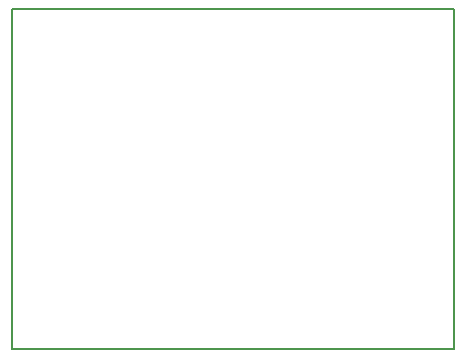
<source format=gto>
G04 Layer_Color=65535*
%FSLAX24Y24*%
%MOIN*%
G70*
G01*
G75*
%ADD10C,0.0079*%
D10*
X19685Y42913D02*
X34409D01*
Y31575D02*
Y42913D01*
X19685Y31575D02*
X34409D01*
X19685D02*
Y42913D01*
M02*

</source>
